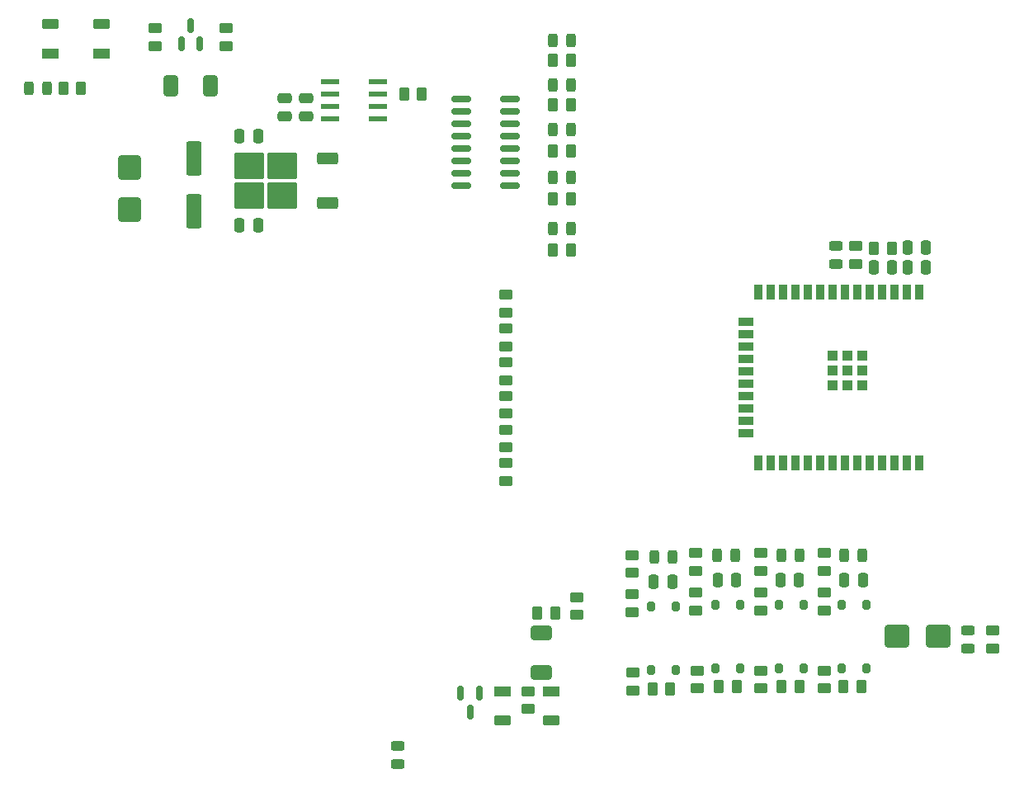
<source format=gbr>
%TF.GenerationSoftware,KiCad,Pcbnew,7.0.5*%
%TF.CreationDate,2023-07-28T21:19:53-04:00*%
%TF.ProjectId,proyecto de cuatrinestre,70726f79-6563-4746-9f20-646520637561,rev?*%
%TF.SameCoordinates,Original*%
%TF.FileFunction,Paste,Top*%
%TF.FilePolarity,Positive*%
%FSLAX46Y46*%
G04 Gerber Fmt 4.6, Leading zero omitted, Abs format (unit mm)*
G04 Created by KiCad (PCBNEW 7.0.5) date 2023-07-28 21:19:53*
%MOMM*%
%LPD*%
G01*
G04 APERTURE LIST*
G04 Aperture macros list*
%AMRoundRect*
0 Rectangle with rounded corners*
0 $1 Rounding radius*
0 $2 $3 $4 $5 $6 $7 $8 $9 X,Y pos of 4 corners*
0 Add a 4 corners polygon primitive as box body*
4,1,4,$2,$3,$4,$5,$6,$7,$8,$9,$2,$3,0*
0 Add four circle primitives for the rounded corners*
1,1,$1+$1,$2,$3*
1,1,$1+$1,$4,$5*
1,1,$1+$1,$6,$7*
1,1,$1+$1,$8,$9*
0 Add four rect primitives between the rounded corners*
20,1,$1+$1,$2,$3,$4,$5,0*
20,1,$1+$1,$4,$5,$6,$7,0*
20,1,$1+$1,$6,$7,$8,$9,0*
20,1,$1+$1,$8,$9,$2,$3,0*%
G04 Aperture macros list end*
%ADD10RoundRect,0.150000X-0.150000X0.587500X-0.150000X-0.587500X0.150000X-0.587500X0.150000X0.587500X0*%
%ADD11RoundRect,0.150000X0.150000X-0.587500X0.150000X0.587500X-0.150000X0.587500X-0.150000X-0.587500X0*%
%ADD12RoundRect,0.150000X-0.825000X-0.150000X0.825000X-0.150000X0.825000X0.150000X-0.825000X0.150000X0*%
%ADD13RoundRect,0.243750X0.243750X0.456250X-0.243750X0.456250X-0.243750X-0.456250X0.243750X-0.456250X0*%
%ADD14RoundRect,0.250000X0.450000X-0.262500X0.450000X0.262500X-0.450000X0.262500X-0.450000X-0.262500X0*%
%ADD15RoundRect,0.243750X0.456250X-0.243750X0.456250X0.243750X-0.456250X0.243750X-0.456250X-0.243750X0*%
%ADD16RoundRect,0.130800X-0.754200X0.414200X-0.754200X-0.414200X0.754200X-0.414200X0.754200X0.414200X0*%
%ADD17RoundRect,0.112800X-0.772200X0.357200X-0.772200X-0.357200X0.772200X-0.357200X0.772200X0.357200X0*%
%ADD18R,0.900000X1.500000*%
%ADD19R,1.500000X0.900000*%
%ADD20R,1.050000X1.050000*%
%ADD21RoundRect,0.250000X-0.450000X0.262500X-0.450000X-0.262500X0.450000X-0.262500X0.450000X0.262500X0*%
%ADD22R,1.981200X0.558800*%
%ADD23RoundRect,0.250000X0.262500X0.450000X-0.262500X0.450000X-0.262500X-0.450000X0.262500X-0.450000X0*%
%ADD24RoundRect,0.200000X0.200000X-0.300000X0.200000X0.300000X-0.200000X0.300000X-0.200000X-0.300000X0*%
%ADD25RoundRect,0.250000X-0.250000X-0.475000X0.250000X-0.475000X0.250000X0.475000X-0.250000X0.475000X0*%
%ADD26RoundRect,0.380000X-0.720000X0.380000X-0.720000X-0.380000X0.720000X-0.380000X0.720000X0.380000X0*%
%ADD27RoundRect,0.250000X0.250000X0.475000X-0.250000X0.475000X-0.250000X-0.475000X0.250000X-0.475000X0*%
%ADD28RoundRect,0.250000X-0.262500X-0.450000X0.262500X-0.450000X0.262500X0.450000X-0.262500X0.450000X0*%
%ADD29RoundRect,0.250000X0.475000X-0.250000X0.475000X0.250000X-0.475000X0.250000X-0.475000X-0.250000X0*%
%ADD30RoundRect,0.130800X0.754200X-0.414200X0.754200X0.414200X-0.754200X0.414200X-0.754200X-0.414200X0*%
%ADD31RoundRect,0.112800X0.772200X-0.357200X0.772200X0.357200X-0.772200X0.357200X-0.772200X-0.357200X0*%
%ADD32RoundRect,0.250000X0.850000X0.350000X-0.850000X0.350000X-0.850000X-0.350000X0.850000X-0.350000X0*%
%ADD33RoundRect,0.250000X1.275000X1.125000X-1.275000X1.125000X-1.275000X-1.125000X1.275000X-1.125000X0*%
%ADD34RoundRect,0.243750X-0.456250X0.243750X-0.456250X-0.243750X0.456250X-0.243750X0.456250X0.243750X0*%
%ADD35RoundRect,0.250000X-0.550000X1.500000X-0.550000X-1.500000X0.550000X-1.500000X0.550000X1.500000X0*%
%ADD36RoundRect,0.250000X-1.000000X-0.900000X1.000000X-0.900000X1.000000X0.900000X-1.000000X0.900000X0*%
%ADD37RoundRect,0.380000X-0.380000X-0.720000X0.380000X-0.720000X0.380000X0.720000X-0.380000X0.720000X0*%
%ADD38RoundRect,0.243750X-0.243750X-0.456250X0.243750X-0.456250X0.243750X0.456250X-0.243750X0.456250X0*%
%ADD39RoundRect,0.250000X-0.900000X1.000000X-0.900000X-1.000000X0.900000X-1.000000X0.900000X1.000000X0*%
G04 APERTURE END LIST*
D10*
%TO.C,D11*%
X209000000Y-182125000D03*
X207100000Y-182125000D03*
X208050000Y-184000000D03*
%TD*%
D11*
%TO.C,D13*%
X178425000Y-115472500D03*
X180325000Y-115472500D03*
X179375000Y-113597500D03*
%TD*%
D12*
%TO.C,U6*%
X207162000Y-121085000D03*
X207162000Y-122355000D03*
X207162000Y-123625000D03*
X207162000Y-124895000D03*
X207162000Y-126165000D03*
X207162000Y-127435000D03*
X207162000Y-128705000D03*
X207162000Y-129975000D03*
X212112000Y-129975000D03*
X212112000Y-128705000D03*
X212112000Y-127435000D03*
X212112000Y-126165000D03*
X212112000Y-124895000D03*
X212112000Y-123625000D03*
X212112000Y-122355000D03*
X212112000Y-121085000D03*
%TD*%
D13*
%TO.C,D8*%
X218405000Y-129204000D03*
X216530000Y-129204000D03*
%TD*%
D14*
%TO.C,R32*%
X211734400Y-160321000D03*
X211734400Y-158496000D03*
%TD*%
D15*
%TO.C,D12*%
X245550000Y-138073600D03*
X245550000Y-136198600D03*
%TD*%
D16*
%TO.C,F2*%
X216400000Y-181885000D03*
D17*
X216400000Y-184890000D03*
%TD*%
D18*
%TO.C,U17*%
X254130000Y-140920000D03*
X252860000Y-140920000D03*
X251590000Y-140920000D03*
X250320000Y-140920000D03*
X249050000Y-140920000D03*
X247780000Y-140920000D03*
X246510000Y-140920000D03*
X245240000Y-140920000D03*
X243970000Y-140920000D03*
X242700000Y-140920000D03*
X241430000Y-140920000D03*
X240160000Y-140920000D03*
X238890000Y-140920000D03*
X237620000Y-140920000D03*
D19*
X236370000Y-143960000D03*
X236370000Y-145230000D03*
X236370000Y-146500000D03*
X236370000Y-147770000D03*
X236370000Y-149040000D03*
X236370000Y-150310000D03*
X236370000Y-151580000D03*
X236370000Y-152850000D03*
X236370000Y-154120000D03*
X236370000Y-155390000D03*
D18*
X237620000Y-158420000D03*
X238890000Y-158420000D03*
X240160000Y-158420000D03*
X241430000Y-158420000D03*
X242700000Y-158420000D03*
X243970000Y-158420000D03*
X245240000Y-158420000D03*
X246510000Y-158420000D03*
X247780000Y-158420000D03*
X249050000Y-158420000D03*
X250320000Y-158420000D03*
X251590000Y-158420000D03*
X252860000Y-158420000D03*
X254130000Y-158420000D03*
D20*
X248315000Y-147465000D03*
X246790000Y-147465000D03*
X245265000Y-147465000D03*
X248315000Y-148990000D03*
X246790000Y-148990000D03*
X245265000Y-148990000D03*
X248315000Y-150515000D03*
X246790000Y-150515000D03*
X245265000Y-150515000D03*
%TD*%
D21*
%TO.C,R47*%
X261680000Y-175662500D03*
X261680000Y-177487500D03*
%TD*%
%TO.C,R39*%
X247650000Y-136198600D03*
X247650000Y-138023600D03*
%TD*%
D14*
%TO.C,R44*%
X175750000Y-115687500D03*
X175750000Y-113862500D03*
%TD*%
D22*
%TO.C,U13*%
X198636200Y-123190000D03*
X198636200Y-121920000D03*
X198636200Y-120650000D03*
X198636200Y-119380000D03*
X193708600Y-119380000D03*
X193708600Y-120650000D03*
X193708600Y-121920000D03*
X193708600Y-123190000D03*
%TD*%
D21*
%TO.C,R12*%
X231400000Y-179775000D03*
X231400000Y-181600000D03*
%TD*%
D13*
%TO.C,D6*%
X218405000Y-119720000D03*
X216530000Y-119720000D03*
%TD*%
D23*
%TO.C,R3*%
X241825000Y-181417500D03*
X240000000Y-181417500D03*
%TD*%
D14*
%TO.C,R23*%
X214000000Y-183700000D03*
X214000000Y-181875000D03*
%TD*%
D21*
%TO.C,R2*%
X244400000Y-179775000D03*
X244400000Y-181600000D03*
%TD*%
D24*
%TO.C,U3*%
X239712500Y-179532500D03*
X242252500Y-179532500D03*
X242252500Y-173032500D03*
X239712500Y-173032500D03*
%TD*%
D14*
%TO.C,R7*%
X244400000Y-169550000D03*
X244400000Y-167725000D03*
%TD*%
D25*
%TO.C,C1*%
X246450000Y-170492500D03*
X248350000Y-170492500D03*
%TD*%
%TO.C,C12*%
X252930000Y-138400000D03*
X254830000Y-138400000D03*
%TD*%
D14*
%TO.C,R30*%
X211734400Y-153412200D03*
X211734400Y-151587200D03*
%TD*%
D23*
%TO.C,R45*%
X168162500Y-120000000D03*
X166337500Y-120000000D03*
%TD*%
D26*
%TO.C,U12*%
X215350000Y-175880000D03*
X215350000Y-179950000D03*
%TD*%
D24*
%TO.C,U2*%
X246200000Y-179532500D03*
X248740000Y-179532500D03*
X248740000Y-173032500D03*
X246200000Y-173032500D03*
%TD*%
D27*
%TO.C,C9*%
X186295000Y-134099000D03*
X184395000Y-134099000D03*
%TD*%
D14*
%TO.C,R29*%
X211734400Y-149957800D03*
X211734400Y-148132800D03*
%TD*%
%TO.C,R28*%
X211734400Y-146503400D03*
X211734400Y-144678400D03*
%TD*%
D25*
%TO.C,C13*%
X252930000Y-136370000D03*
X254830000Y-136370000D03*
%TD*%
D24*
%TO.C,U4*%
X226592500Y-179732500D03*
X229132500Y-179732500D03*
X229132500Y-173232500D03*
X226592500Y-173232500D03*
%TD*%
D13*
%TO.C,D3*%
X228800000Y-168152500D03*
X226925000Y-168152500D03*
%TD*%
D25*
%TO.C,C2*%
X239912500Y-170492500D03*
X241812500Y-170492500D03*
%TD*%
D27*
%TO.C,C10*%
X186295000Y-124969000D03*
X184395000Y-124969000D03*
%TD*%
D28*
%TO.C,R33*%
X249495000Y-136410000D03*
X251320000Y-136410000D03*
%TD*%
%TO.C,R17*%
X216555000Y-117180000D03*
X218380000Y-117180000D03*
%TD*%
D15*
%TO.C,D10*%
X200660000Y-189405500D03*
X200660000Y-187530500D03*
%TD*%
D14*
%TO.C,R43*%
X183050000Y-115662500D03*
X183050000Y-113837500D03*
%TD*%
D23*
%TO.C,R1*%
X248200000Y-181417500D03*
X246375000Y-181417500D03*
%TD*%
D14*
%TO.C,R16*%
X231200000Y-169550000D03*
X231200000Y-167725000D03*
%TD*%
D28*
%TO.C,R20*%
X216555000Y-131404000D03*
X218380000Y-131404000D03*
%TD*%
D29*
%TO.C,C7*%
X189014400Y-122926000D03*
X189014400Y-121026000D03*
%TD*%
D13*
%TO.C,D4*%
X235275000Y-167952500D03*
X233400000Y-167952500D03*
%TD*%
D21*
%TO.C,R6*%
X237912500Y-171762500D03*
X237912500Y-173587500D03*
%TD*%
D24*
%TO.C,U5*%
X233187500Y-179532500D03*
X235727500Y-179532500D03*
X235727500Y-173032500D03*
X233187500Y-173032500D03*
%TD*%
D23*
%TO.C,R11*%
X235400000Y-181417500D03*
X233575000Y-181417500D03*
%TD*%
D30*
%TO.C,F5*%
X165000000Y-116465000D03*
D31*
X165000000Y-113460000D03*
%TD*%
D13*
%TO.C,D1*%
X248337500Y-167952500D03*
X246462500Y-167952500D03*
%TD*%
D23*
%TO.C,R22*%
X216762500Y-173865000D03*
X214937500Y-173865000D03*
%TD*%
D32*
%TO.C,U15*%
X193395000Y-127259000D03*
D33*
X185420000Y-128014000D03*
X185420000Y-131064000D03*
X188770000Y-128014000D03*
X188770000Y-131064000D03*
D32*
X193395000Y-131819000D03*
%TD*%
D34*
%TO.C,D16*%
X259175000Y-175637500D03*
X259175000Y-177512500D03*
%TD*%
D14*
%TO.C,R8*%
X237912500Y-169550000D03*
X237912500Y-167725000D03*
%TD*%
D28*
%TO.C,R21*%
X216555000Y-136652000D03*
X218380000Y-136652000D03*
%TD*%
%TO.C,R19*%
X216555000Y-126492000D03*
X218380000Y-126492000D03*
%TD*%
D14*
%TO.C,R27*%
X211734400Y-143049000D03*
X211734400Y-141224000D03*
%TD*%
D29*
%TO.C,C8*%
X191244400Y-122936000D03*
X191244400Y-121036000D03*
%TD*%
D21*
%TO.C,R5*%
X244400000Y-171762500D03*
X244400000Y-173587500D03*
%TD*%
D30*
%TO.C,F4*%
X170250000Y-116465000D03*
D31*
X170250000Y-113460000D03*
%TD*%
D23*
%TO.C,R9*%
X228600000Y-181617500D03*
X226775000Y-181617500D03*
%TD*%
D35*
%TO.C,C11*%
X179695000Y-127199000D03*
X179695000Y-132599000D03*
%TD*%
D21*
%TO.C,R4*%
X237912500Y-179775000D03*
X237912500Y-181600000D03*
%TD*%
%TO.C,R14*%
X231200000Y-171762500D03*
X231200000Y-173587500D03*
%TD*%
%TO.C,R10*%
X224787500Y-179975000D03*
X224787500Y-181800000D03*
%TD*%
D25*
%TO.C,C4*%
X233450000Y-170492500D03*
X235350000Y-170492500D03*
%TD*%
D28*
%TO.C,R18*%
X216555000Y-121752000D03*
X218380000Y-121752000D03*
%TD*%
D27*
%TO.C,C5*%
X251350000Y-138400000D03*
X249450000Y-138400000D03*
%TD*%
D14*
%TO.C,R31*%
X211734400Y-156866600D03*
X211734400Y-155041600D03*
%TD*%
D21*
%TO.C,R13*%
X224687500Y-171962500D03*
X224687500Y-173787500D03*
%TD*%
D14*
%TO.C,R15*%
X224687500Y-169750000D03*
X224687500Y-167925000D03*
%TD*%
D16*
%TO.C,F1*%
X211400000Y-181885000D03*
D17*
X211400000Y-184890000D03*
%TD*%
D13*
%TO.C,D5*%
X218405000Y-115148000D03*
X216530000Y-115148000D03*
%TD*%
D23*
%TO.C,R42*%
X203103700Y-120610000D03*
X201278700Y-120610000D03*
%TD*%
D14*
%TO.C,R24*%
X219000000Y-174062500D03*
X219000000Y-172237500D03*
%TD*%
D36*
%TO.C,D18*%
X251825000Y-176276000D03*
X256125000Y-176276000D03*
%TD*%
D25*
%TO.C,C3*%
X226912500Y-170692500D03*
X228812500Y-170692500D03*
%TD*%
D37*
%TO.C,U14*%
X177340000Y-119800000D03*
X181410000Y-119800000D03*
%TD*%
D13*
%TO.C,D2*%
X241850000Y-167952500D03*
X239975000Y-167952500D03*
%TD*%
%TO.C,D9*%
X218405000Y-134452000D03*
X216530000Y-134452000D03*
%TD*%
%TO.C,D7*%
X218405000Y-124292000D03*
X216530000Y-124292000D03*
%TD*%
D38*
%TO.C,D14*%
X162812500Y-120000000D03*
X164687500Y-120000000D03*
%TD*%
D39*
%TO.C,D17*%
X173095000Y-128149000D03*
X173095000Y-132449000D03*
%TD*%
M02*

</source>
